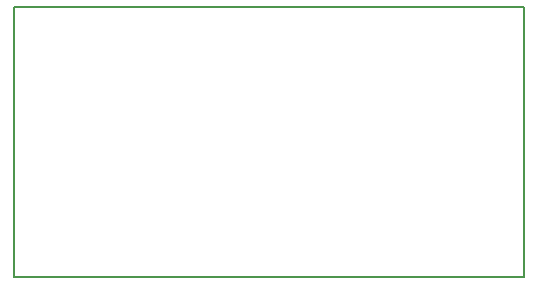
<source format=gbr>
G04 EAGLE Gerber RS-274X export*
G75*
%MOMM*%
%FSLAX34Y34*%
%LPD*%
%INSilkscreen Bottom*%
%IPPOS*%
%AMOC8*
5,1,8,0,0,1.08239X$1,22.5*%
G01*
%ADD10C,0.127000*%


D10*
X582700Y431600D02*
X582700Y203000D01*
X582700Y431600D02*
X150900Y431600D01*
X150900Y203000D01*
X582700Y203000D01*
M02*

</source>
